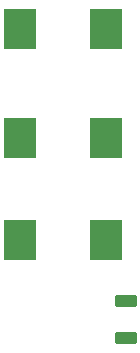
<source format=gtp>
G04 #@! TF.GenerationSoftware,KiCad,Pcbnew,7.0.0-da2b9df05c~163~ubuntu22.04.1*
G04 #@! TF.CreationDate,2023-02-25T14:43:59+01:00*
G04 #@! TF.ProjectId,power_board,706f7765-725f-4626-9f61-72642e6b6963,rev?*
G04 #@! TF.SameCoordinates,Original*
G04 #@! TF.FileFunction,Paste,Top*
G04 #@! TF.FilePolarity,Positive*
%FSLAX46Y46*%
G04 Gerber Fmt 4.6, Leading zero omitted, Abs format (unit mm)*
G04 Created by KiCad (PCBNEW 7.0.0-da2b9df05c~163~ubuntu22.04.1) date 2023-02-25 14:43:59*
%MOMM*%
%LPD*%
G01*
G04 APERTURE LIST*
G04 Aperture macros list*
%AMRoundRect*
0 Rectangle with rounded corners*
0 $1 Rounding radius*
0 $2 $3 $4 $5 $6 $7 $8 $9 X,Y pos of 4 corners*
0 Add a 4 corners polygon primitive as box body*
4,1,4,$2,$3,$4,$5,$6,$7,$8,$9,$2,$3,0*
0 Add four circle primitives for the rounded corners*
1,1,$1+$1,$2,$3*
1,1,$1+$1,$4,$5*
1,1,$1+$1,$6,$7*
1,1,$1+$1,$8,$9*
0 Add four rect primitives between the rounded corners*
20,1,$1+$1,$2,$3,$4,$5,0*
20,1,$1+$1,$4,$5,$6,$7,0*
20,1,$1+$1,$6,$7,$8,$9,0*
20,1,$1+$1,$8,$9,$2,$3,0*%
G04 Aperture macros list end*
%ADD10R,2.800000X3.500000*%
%ADD11RoundRect,0.250000X0.700000X-0.275000X0.700000X0.275000X-0.700000X0.275000X-0.700000X-0.275000X0*%
G04 APERTURE END LIST*
D10*
G04 #@! TO.C,RV2*
X124167999Y-97574999D03*
X116867999Y-97574999D03*
G04 #@! TD*
G04 #@! TO.C,RV3*
X124167999Y-106210999D03*
X116867999Y-106210999D03*
G04 #@! TD*
G04 #@! TO.C,RV1*
X124167999Y-88303999D03*
X116867999Y-88303999D03*
G04 #@! TD*
D11*
G04 #@! TO.C,L1*
X125826000Y-114529000D03*
X125826000Y-111379000D03*
G04 #@! TD*
M02*

</source>
